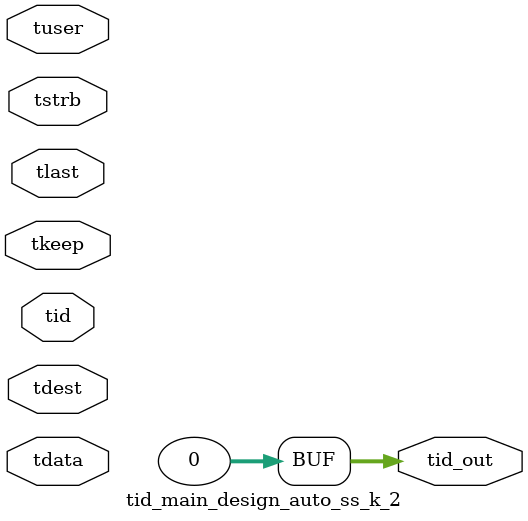
<source format=v>


`timescale 1ps/1ps

module tid_main_design_auto_ss_k_2 #
(
parameter C_S_AXIS_TID_WIDTH   = 1,
parameter C_S_AXIS_TUSER_WIDTH = 0,
parameter C_S_AXIS_TDATA_WIDTH = 0,
parameter C_S_AXIS_TDEST_WIDTH = 0,
parameter C_M_AXIS_TID_WIDTH   = 32
)
(
input  [(C_S_AXIS_TID_WIDTH   == 0 ? 1 : C_S_AXIS_TID_WIDTH)-1:0       ] tid,
input  [(C_S_AXIS_TDATA_WIDTH == 0 ? 1 : C_S_AXIS_TDATA_WIDTH)-1:0     ] tdata,
input  [(C_S_AXIS_TUSER_WIDTH == 0 ? 1 : C_S_AXIS_TUSER_WIDTH)-1:0     ] tuser,
input  [(C_S_AXIS_TDEST_WIDTH == 0 ? 1 : C_S_AXIS_TDEST_WIDTH)-1:0     ] tdest,
input  [(C_S_AXIS_TDATA_WIDTH/8)-1:0 ] tkeep,
input  [(C_S_AXIS_TDATA_WIDTH/8)-1:0 ] tstrb,
input                                                                    tlast,
output [(C_M_AXIS_TID_WIDTH   == 0 ? 1 : C_M_AXIS_TID_WIDTH)-1:0       ] tid_out
);

assign tid_out = {1'b0};

endmodule


</source>
